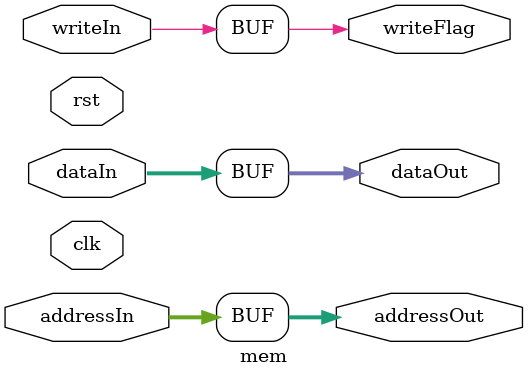
<source format=v>
module mem(
    input clk, 
    input writeIn,
    input rst,  
    input [31:0] addressIn, 
    input [31:0] dataIn, 
    output wire [31:0] dataOut,
    output wire [31:0] addressOut,
    output writeFlag
); 


    //when we get a response from writeIn, we need to wire our addresses to the instruction_and_data module
    assign writeFlag = writeIn; 
    assign dataOut = dataIn; 
    assign addressOut = addressIn; 
    

endmodule
</source>
